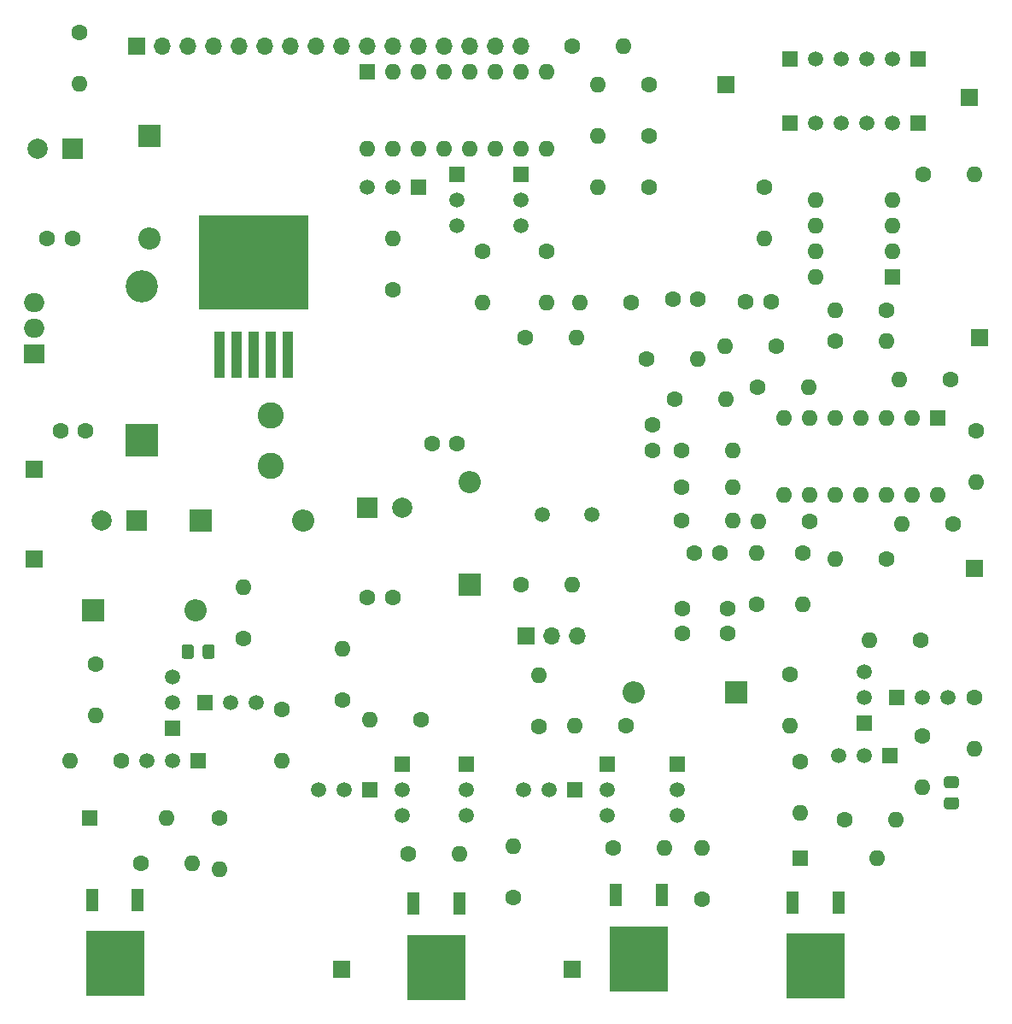
<source format=gbr>
%TF.GenerationSoftware,KiCad,Pcbnew,5.1.8-5.1.8*%
%TF.CreationDate,2021-07-28T16:27:41+08:00*%
%TF.ProjectId,fluxgate,666c7578-6761-4746-952e-6b696361645f,rev?*%
%TF.SameCoordinates,Original*%
%TF.FileFunction,Soldermask,Top*%
%TF.FilePolarity,Negative*%
%FSLAX46Y46*%
G04 Gerber Fmt 4.6, Leading zero omitted, Abs format (unit mm)*
G04 Created by KiCad (PCBNEW 5.1.8-5.1.8) date 2021-07-28 16:27:41*
%MOMM*%
%LPD*%
G01*
G04 APERTURE LIST*
%ADD10R,1.700000X1.700000*%
%ADD11O,1.700000X1.700000*%
%ADD12O,2.200000X2.200000*%
%ADD13R,2.200000X2.200000*%
%ADD14O,1.600000X1.600000*%
%ADD15C,1.600000*%
%ADD16R,1.500000X1.500000*%
%ADD17C,1.500000*%
%ADD18R,1.600000X1.600000*%
%ADD19O,2.000000X1.905000*%
%ADD20R,2.000000X1.905000*%
%ADD21R,10.800000X9.400000*%
%ADD22R,1.100000X4.600000*%
%ADD23R,5.800000X6.400000*%
%ADD24R,1.200000X2.200000*%
%ADD25C,2.600000*%
%ADD26O,3.200000X3.200000*%
%ADD27R,3.200000X3.200000*%
%ADD28C,2.000000*%
%ADD29R,2.000000X2.000000*%
G04 APERTURE END LIST*
D10*
%TO.C,J2*%
X130810000Y-149860000D03*
%TD*%
%TO.C,J3*%
X146050000Y-62230000D03*
%TD*%
%TO.C,J4*%
X171200000Y-87300000D03*
%TD*%
%TO.C,J5*%
X107950000Y-149860000D03*
%TD*%
%TO.C,J6*%
X77470000Y-100330000D03*
%TD*%
%TO.C,J7*%
X170180000Y-63500000D03*
%TD*%
%TO.C,J8*%
X170688000Y-110109000D03*
%TD*%
D11*
%TO.C,DS1*%
X125730000Y-58420000D03*
X123190000Y-58420000D03*
X120650000Y-58420000D03*
X118110000Y-58420000D03*
X115570000Y-58420000D03*
X113030000Y-58420000D03*
X110490000Y-58420000D03*
X107950000Y-58420000D03*
X105410000Y-58420000D03*
X102870000Y-58420000D03*
X100330000Y-58420000D03*
X97790000Y-58420000D03*
X95250000Y-58420000D03*
X92710000Y-58420000D03*
X90170000Y-58420000D03*
D10*
X87630000Y-58420000D03*
%TD*%
D12*
%TO.C,D8*%
X88900000Y-77470000D03*
D13*
X88900000Y-67310000D03*
%TD*%
D12*
%TO.C,D7*%
X120650000Y-101600000D03*
D13*
X120650000Y-111760000D03*
%TD*%
D12*
%TO.C,D6*%
X104140000Y-105410000D03*
D13*
X93980000Y-105410000D03*
%TD*%
D14*
%TO.C,R49*%
X170680000Y-71120000D03*
D15*
X165600000Y-71120000D03*
%TD*%
D14*
%TO.C,R48*%
X149860000Y-77470000D03*
D15*
X149860000Y-72390000D03*
%TD*%
D14*
%TO.C,R47*%
X131572000Y-83820000D03*
D15*
X136652000Y-83820000D03*
%TD*%
D14*
%TO.C,R46*%
X145923000Y-88138000D03*
D15*
X151003000Y-88138000D03*
%TD*%
D14*
%TO.C,R45*%
X131191000Y-87249000D03*
D15*
X126111000Y-87249000D03*
%TD*%
D14*
%TO.C,R44*%
X143256000Y-89408000D03*
D15*
X138176000Y-89408000D03*
%TD*%
D14*
%TO.C,R43*%
X149098000Y-108585000D03*
D15*
X149098000Y-113665000D03*
%TD*%
D14*
%TO.C,R42*%
X149225000Y-105500000D03*
D15*
X154305000Y-105500000D03*
%TD*%
D14*
%TO.C,R41*%
X146050000Y-93345000D03*
D15*
X140970000Y-93345000D03*
%TD*%
D14*
%TO.C,R40*%
X153670000Y-113665000D03*
D15*
X153670000Y-108585000D03*
%TD*%
D14*
%TO.C,R39*%
X146685000Y-105410000D03*
D15*
X141605000Y-105410000D03*
%TD*%
D14*
%TO.C,R38*%
X146685000Y-98425000D03*
D15*
X141605000Y-98425000D03*
%TD*%
D14*
%TO.C,R37*%
X146685680Y-102077260D03*
D15*
X141605680Y-102077260D03*
%TD*%
D14*
%TO.C,R36*%
X154280000Y-92200000D03*
D15*
X149200000Y-92200000D03*
%TD*%
D14*
%TO.C,R35*%
X156845000Y-84582000D03*
D15*
X161925000Y-84582000D03*
%TD*%
D14*
%TO.C,R34*%
X156845000Y-109220000D03*
D15*
X161925000Y-109220000D03*
%TD*%
D14*
%TO.C,R33*%
X161925000Y-87630000D03*
D15*
X156845000Y-87630000D03*
%TD*%
D14*
%TO.C,R32*%
X163520000Y-105700000D03*
D15*
X168600000Y-105700000D03*
%TD*%
D14*
%TO.C,R31*%
X163195000Y-91440000D03*
D15*
X168275000Y-91440000D03*
%TD*%
D14*
%TO.C,R30*%
X170815000Y-101600000D03*
D15*
X170815000Y-96520000D03*
%TD*%
D14*
%TO.C,R29*%
X81915000Y-62103000D03*
D15*
X81915000Y-57023000D03*
%TD*%
D14*
%TO.C,R28*%
X113030000Y-77470000D03*
D15*
X113030000Y-82550000D03*
%TD*%
D14*
%TO.C,R27*%
X135890000Y-58420000D03*
D15*
X130810000Y-58420000D03*
%TD*%
D14*
%TO.C,R26*%
X128270000Y-83820000D03*
D15*
X128270000Y-78740000D03*
%TD*%
D14*
%TO.C,R25*%
X121920000Y-83820000D03*
D15*
X121920000Y-78740000D03*
%TD*%
D14*
%TO.C,R24*%
X98171000Y-112014000D03*
D15*
X98171000Y-117094000D03*
%TD*%
D14*
%TO.C,R23*%
X101981000Y-129159000D03*
D15*
X101981000Y-124079000D03*
%TD*%
D14*
%TO.C,R22*%
X83566000Y-124714000D03*
D15*
X83566000Y-119634000D03*
%TD*%
D14*
%TO.C,R21*%
X108000000Y-118110000D03*
D15*
X108000000Y-123190000D03*
%TD*%
D14*
%TO.C,R20*%
X95800000Y-139954000D03*
D15*
X95800000Y-134874000D03*
%TD*%
D14*
%TO.C,R19*%
X110744000Y-125095000D03*
D15*
X115824000Y-125095000D03*
%TD*%
D14*
%TO.C,R18*%
X81026000Y-129159000D03*
D15*
X86106000Y-129159000D03*
%TD*%
D14*
%TO.C,R17*%
X133350000Y-62230000D03*
D15*
X138430000Y-62230000D03*
%TD*%
D14*
%TO.C,R16*%
X119634000Y-138430000D03*
D15*
X114554000Y-138430000D03*
%TD*%
D14*
%TO.C,R15*%
X133350000Y-72390000D03*
D15*
X138430000Y-72390000D03*
%TD*%
D14*
%TO.C,R14*%
X130810000Y-111760000D03*
D15*
X125730000Y-111760000D03*
%TD*%
D14*
%TO.C,R13*%
X93091000Y-139319000D03*
D15*
X88011000Y-139319000D03*
%TD*%
D14*
%TO.C,R12*%
X133350000Y-67310000D03*
D15*
X138430000Y-67310000D03*
%TD*%
D14*
%TO.C,R11*%
X124968000Y-137668000D03*
D15*
X124968000Y-142748000D03*
%TD*%
D14*
%TO.C,R10*%
X143637000Y-137795000D03*
D15*
X143637000Y-142875000D03*
%TD*%
D14*
%TO.C,R9*%
X162880000Y-135000000D03*
D15*
X157800000Y-135000000D03*
%TD*%
D14*
%TO.C,R8*%
X139954000Y-137795000D03*
D15*
X134874000Y-137795000D03*
%TD*%
D14*
%TO.C,R7*%
X153416000Y-134366000D03*
D15*
X153416000Y-129286000D03*
%TD*%
D14*
%TO.C,R6*%
X131064000Y-125730000D03*
D15*
X136144000Y-125730000D03*
%TD*%
D14*
%TO.C,R5*%
X165481000Y-131826000D03*
D15*
X165481000Y-126746000D03*
%TD*%
D14*
%TO.C,R4*%
X127500000Y-120720000D03*
D15*
X127500000Y-125800000D03*
%TD*%
D14*
%TO.C,R3*%
X170688000Y-128016000D03*
D15*
X170688000Y-122936000D03*
%TD*%
D14*
%TO.C,R2*%
X152400000Y-125730000D03*
D15*
X152400000Y-120650000D03*
%TD*%
D14*
%TO.C,R1*%
X160274000Y-117221000D03*
D15*
X165354000Y-117221000D03*
%TD*%
D16*
%TO.C,Q19*%
X115570000Y-72390000D03*
D17*
X110490000Y-72390000D03*
X113030000Y-72390000D03*
%TD*%
D16*
%TO.C,Q18*%
X125730000Y-71120000D03*
D17*
X125730000Y-76200000D03*
X125730000Y-73660000D03*
%TD*%
D16*
%TO.C,Q17*%
X119380000Y-71120000D03*
D17*
X119380000Y-76200000D03*
X119380000Y-73660000D03*
%TD*%
%TO.C,Y1*%
X127835000Y-104775000D03*
X132715000Y-104775000D03*
%TD*%
D14*
%TO.C,U9*%
X110490000Y-68580000D03*
X128270000Y-60960000D03*
X113030000Y-68580000D03*
X125730000Y-60960000D03*
X115570000Y-68580000D03*
X123190000Y-60960000D03*
X118110000Y-68580000D03*
X120650000Y-60960000D03*
X120650000Y-68580000D03*
X118110000Y-60960000D03*
X123190000Y-68580000D03*
X115570000Y-60960000D03*
X125730000Y-68580000D03*
X113030000Y-60960000D03*
X128270000Y-68580000D03*
D18*
X110490000Y-60960000D03*
%TD*%
D14*
%TO.C,U7*%
X154940000Y-81280000D03*
X162560000Y-73660000D03*
X154940000Y-78740000D03*
X162560000Y-76200000D03*
X154940000Y-76200000D03*
X162560000Y-78740000D03*
X154940000Y-73660000D03*
D18*
X162560000Y-81280000D03*
%TD*%
D14*
%TO.C,U4*%
X167005000Y-102870000D03*
X151765000Y-95250000D03*
X164465000Y-102870000D03*
X154305000Y-95250000D03*
X161925000Y-102870000D03*
X156845000Y-95250000D03*
X159385000Y-102870000D03*
X159385000Y-95250000D03*
X156845000Y-102870000D03*
X161925000Y-95250000D03*
X154305000Y-102870000D03*
X164465000Y-95250000D03*
X151765000Y-102870000D03*
D18*
X167005000Y-95250000D03*
%TD*%
D19*
%TO.C,U3*%
X77470000Y-83820000D03*
X77470000Y-86360000D03*
D20*
X77470000Y-88900000D03*
%TD*%
D21*
%TO.C,U2*%
X99253000Y-79829000D03*
D22*
X102653000Y-88979000D03*
X100953000Y-88979000D03*
X99253000Y-88979000D03*
X97553000Y-88979000D03*
X95853000Y-88979000D03*
%TD*%
D16*
%TO.C,Q23*%
X165100000Y-59690000D03*
D17*
X160020000Y-59690000D03*
X162560000Y-59690000D03*
%TD*%
D16*
%TO.C,Q22*%
X165100000Y-66040000D03*
D17*
X160020000Y-66040000D03*
X162560000Y-66040000D03*
%TD*%
D16*
%TO.C,Q21*%
X152400000Y-59690000D03*
D17*
X157480000Y-59690000D03*
X154940000Y-59690000D03*
%TD*%
D16*
%TO.C,Q20*%
X152400000Y-66040000D03*
D17*
X157480000Y-66040000D03*
X154940000Y-66040000D03*
%TD*%
D16*
%TO.C,Q16*%
X94361000Y-123444000D03*
D17*
X99441000Y-123444000D03*
X96901000Y-123444000D03*
%TD*%
D16*
%TO.C,Q15*%
X91186000Y-125984000D03*
D17*
X91186000Y-120904000D03*
X91186000Y-123444000D03*
%TD*%
D16*
%TO.C,Q14*%
X110744000Y-132080000D03*
D17*
X105664000Y-132080000D03*
X108204000Y-132080000D03*
%TD*%
D16*
%TO.C,Q13*%
X93726000Y-129159000D03*
D17*
X88646000Y-129159000D03*
X91186000Y-129159000D03*
%TD*%
D16*
%TO.C,Q12*%
X120269000Y-129540000D03*
D17*
X120269000Y-134620000D03*
X120269000Y-132080000D03*
%TD*%
D16*
%TO.C,Q11*%
X113919000Y-129540000D03*
D17*
X113919000Y-134620000D03*
X113919000Y-132080000D03*
%TD*%
D23*
%TO.C,Q10*%
X117349000Y-149630000D03*
D24*
X115069000Y-143330000D03*
X119629000Y-143330000D03*
%TD*%
D23*
%TO.C,Q9*%
X85471000Y-149249000D03*
D24*
X83191000Y-142949000D03*
X87751000Y-142949000D03*
%TD*%
D23*
%TO.C,Q8*%
X137414000Y-148785000D03*
D24*
X135134000Y-142485000D03*
X139694000Y-142485000D03*
%TD*%
D23*
%TO.C,Q7*%
X154941000Y-149503000D03*
D24*
X152661000Y-143203000D03*
X157221000Y-143203000D03*
%TD*%
D16*
%TO.C,Q6*%
X141224000Y-129540000D03*
D17*
X141224000Y-134620000D03*
X141224000Y-132080000D03*
%TD*%
D16*
%TO.C,Q5*%
X134239000Y-129540000D03*
D17*
X134239000Y-134620000D03*
X134239000Y-132080000D03*
%TD*%
D16*
%TO.C,Q4*%
X162306000Y-128651000D03*
D17*
X157226000Y-128651000D03*
X159766000Y-128651000D03*
%TD*%
D16*
%TO.C,Q3*%
X131064000Y-132080000D03*
D17*
X125984000Y-132080000D03*
X128524000Y-132080000D03*
%TD*%
D16*
%TO.C,Q2*%
X159766000Y-125476000D03*
D17*
X159766000Y-120396000D03*
X159766000Y-122936000D03*
%TD*%
D16*
%TO.C,Q1*%
X162941000Y-122936000D03*
D17*
X168021000Y-122936000D03*
X165481000Y-122936000D03*
%TD*%
D25*
%TO.C,L1*%
X100900000Y-100000000D03*
X100900000Y-95000000D03*
%TD*%
D11*
%TO.C,J11*%
X131318000Y-116840000D03*
X128778000Y-116840000D03*
D10*
X126238000Y-116840000D03*
%TD*%
%TO.C,J1*%
X77470000Y-109220000D03*
%TD*%
D14*
%TO.C,D5*%
X90551000Y-134874000D03*
D18*
X82931000Y-134874000D03*
%TD*%
D12*
%TO.C,D4*%
X93472000Y-114300000D03*
D13*
X83312000Y-114300000D03*
%TD*%
D12*
%TO.C,D3*%
X136906000Y-122428000D03*
D13*
X147066000Y-122428000D03*
%TD*%
D26*
%TO.C,D2*%
X88138000Y-82169000D03*
D27*
X88138000Y-97409000D03*
%TD*%
D14*
%TO.C,D1*%
X161036000Y-138811000D03*
D18*
X153416000Y-138811000D03*
%TD*%
D15*
%TO.C,C26*%
X141732000Y-114086000D03*
X141732000Y-116586000D03*
%TD*%
%TO.C,C21*%
X140756000Y-83439000D03*
X143256000Y-83439000D03*
%TD*%
%TO.C,C20*%
X147995000Y-83693000D03*
X150495000Y-83693000D03*
%TD*%
%TO.C,C17*%
X116880000Y-97790000D03*
X119380000Y-97790000D03*
%TD*%
D28*
%TO.C,C13*%
X113990000Y-104140000D03*
D29*
X110490000Y-104140000D03*
%TD*%
D28*
%TO.C,C12*%
X77780000Y-68580000D03*
D29*
X81280000Y-68580000D03*
%TD*%
D15*
%TO.C,C11*%
X112990000Y-113030000D03*
X110490000Y-113030000D03*
%TD*%
%TO.C,C10*%
X78740000Y-77470000D03*
X81240000Y-77470000D03*
%TD*%
%TO.C,C8*%
X146177000Y-116586000D03*
X146177000Y-114086000D03*
%TD*%
D28*
%TO.C,C7*%
X84130000Y-105410000D03*
D29*
X87630000Y-105410000D03*
%TD*%
D15*
%TO.C,C6*%
X80050000Y-96520000D03*
X82550000Y-96520000D03*
%TD*%
%TO.C,C5*%
X138800000Y-95925000D03*
X138800000Y-98425000D03*
%TD*%
%TO.C,C4*%
X142915000Y-108585000D03*
X145415000Y-108585000D03*
%TD*%
%TO.C,C3*%
G36*
G01*
X94176000Y-118839000D02*
X94176000Y-117889000D01*
G75*
G02*
X94426000Y-117639000I250000J0D01*
G01*
X95101000Y-117639000D01*
G75*
G02*
X95351000Y-117889000I0J-250000D01*
G01*
X95351000Y-118839000D01*
G75*
G02*
X95101000Y-119089000I-250000J0D01*
G01*
X94426000Y-119089000D01*
G75*
G02*
X94176000Y-118839000I0J250000D01*
G01*
G37*
G36*
G01*
X92101000Y-118839000D02*
X92101000Y-117889000D01*
G75*
G02*
X92351000Y-117639000I250000J0D01*
G01*
X93026000Y-117639000D01*
G75*
G02*
X93276000Y-117889000I0J-250000D01*
G01*
X93276000Y-118839000D01*
G75*
G02*
X93026000Y-119089000I-250000J0D01*
G01*
X92351000Y-119089000D01*
G75*
G02*
X92101000Y-118839000I0J250000D01*
G01*
G37*
%TD*%
%TO.C,C1*%
G36*
G01*
X167927000Y-132784000D02*
X168877000Y-132784000D01*
G75*
G02*
X169127000Y-133034000I0J-250000D01*
G01*
X169127000Y-133709000D01*
G75*
G02*
X168877000Y-133959000I-250000J0D01*
G01*
X167927000Y-133959000D01*
G75*
G02*
X167677000Y-133709000I0J250000D01*
G01*
X167677000Y-133034000D01*
G75*
G02*
X167927000Y-132784000I250000J0D01*
G01*
G37*
G36*
G01*
X167927000Y-130709000D02*
X168877000Y-130709000D01*
G75*
G02*
X169127000Y-130959000I0J-250000D01*
G01*
X169127000Y-131634000D01*
G75*
G02*
X168877000Y-131884000I-250000J0D01*
G01*
X167927000Y-131884000D01*
G75*
G02*
X167677000Y-131634000I0J250000D01*
G01*
X167677000Y-130959000D01*
G75*
G02*
X167927000Y-130709000I250000J0D01*
G01*
G37*
%TD*%
M02*

</source>
